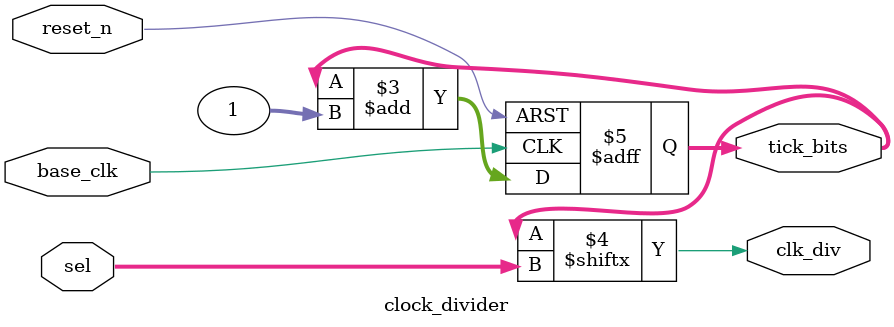
<source format=v>
`timescale 1ns / 1ps
module clock_divider(
    input wire base_clk,                // Input clock
    input wire reset_n,                 // Active-low reset signal
    input wire [4:0] sel,               // SW[4:0] selects which bit of counter to output
    output wire clk_div,                // single divided clock output
    output reg [31:0] tick_bits         // full counter output (optional)
);

    // 32-bit counter increments on every base_clk rising edge
    always @(posedge base_clk or negedge reset_n) begin
        if (!reset_n)
            tick_bits <= 32'b0;         // Reset counter to zero
        else
            tick_bits <= tick_bits + 1; // Increment counter on each clock cycle
    end

    // 32x1 mux to select 1 bit from the counter
    assign clk_div = tick_bits[sel];
endmodule

</source>
